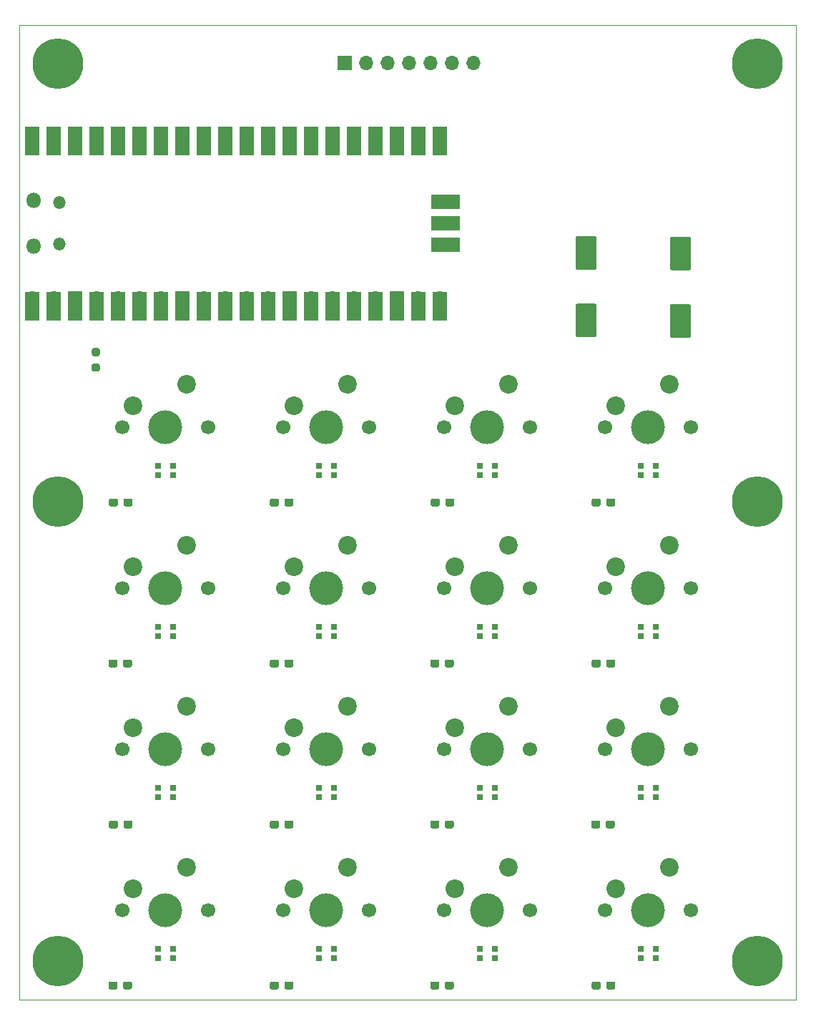
<source format=gbr>
%TF.GenerationSoftware,KiCad,Pcbnew,5.1.10-88a1d61d58~88~ubuntu20.04.1*%
%TF.CreationDate,2021-06-08T22:13:52+03:00*%
%TF.ProjectId,picoMacro,7069636f-4d61-4637-926f-2e6b69636164,rev?*%
%TF.SameCoordinates,Original*%
%TF.FileFunction,Soldermask,Top*%
%TF.FilePolarity,Negative*%
%FSLAX46Y46*%
G04 Gerber Fmt 4.6, Leading zero omitted, Abs format (unit mm)*
G04 Created by KiCad (PCBNEW 5.1.10-88a1d61d58~88~ubuntu20.04.1) date 2021-06-08 22:13:52*
%MOMM*%
%LPD*%
G01*
G04 APERTURE LIST*
%TA.AperFunction,Profile*%
%ADD10C,0.050000*%
%TD*%
%ADD11C,6.000000*%
%ADD12O,1.700000X1.700000*%
%ADD13R,3.500000X1.700000*%
%ADD14R,1.700000X1.700000*%
%ADD15O,1.500000X1.500000*%
%ADD16O,1.800000X1.800000*%
%ADD17R,1.700000X3.500000*%
%ADD18R,0.700000X0.700000*%
%ADD19C,1.700000*%
%ADD20C,4.000000*%
%ADD21C,2.200000*%
G04 APERTURE END LIST*
D10*
X633476000Y-337820000D02*
X541528000Y-337820000D01*
X633476000Y-453136000D02*
X633476000Y-337820000D01*
X541528000Y-453136000D02*
X633476000Y-453136000D01*
X541528000Y-337820000D02*
X541528000Y-453136000D01*
D11*
%TO.C,REF\u002A\u002A*%
X628904000Y-342392000D03*
%TD*%
D12*
%TO.C,U1*%
X591082000Y-358775000D03*
D13*
X591982000Y-358775000D03*
D14*
X591082000Y-361315000D03*
D13*
X591982000Y-361315000D03*
D12*
X591082000Y-363855000D03*
D13*
X591982000Y-363855000D03*
D15*
X546212000Y-358890000D03*
X546212000Y-363740000D03*
D16*
X543182000Y-358590000D03*
X543182000Y-364040000D03*
D17*
X591312000Y-351525000D03*
X588772000Y-351525000D03*
X586232000Y-351525000D03*
X583692000Y-351525000D03*
X581152000Y-351525000D03*
X578612000Y-351525000D03*
X576072000Y-351525000D03*
X573532000Y-351525000D03*
X570992000Y-351525000D03*
X568452000Y-351525000D03*
X565912000Y-351525000D03*
X563372000Y-351525000D03*
X560832000Y-351525000D03*
X558292000Y-351525000D03*
X555752000Y-351525000D03*
X553212000Y-351525000D03*
X550672000Y-351525000D03*
X548132000Y-351525000D03*
X545592000Y-351525000D03*
X543052000Y-351525000D03*
X591312000Y-371105000D03*
X588772000Y-371105000D03*
X586232000Y-371105000D03*
X583692000Y-371105000D03*
X581152000Y-371105000D03*
X578612000Y-371105000D03*
X576072000Y-371105000D03*
X573532000Y-371105000D03*
X570992000Y-371105000D03*
X568452000Y-371105000D03*
X565912000Y-371105000D03*
X563372000Y-371105000D03*
X560832000Y-371105000D03*
X558292000Y-371105000D03*
X555752000Y-371105000D03*
X553212000Y-371105000D03*
X550672000Y-371105000D03*
X548132000Y-371105000D03*
X545592000Y-371105000D03*
X543052000Y-371105000D03*
D12*
X543052000Y-352425000D03*
X545592000Y-352425000D03*
D14*
X548132000Y-352425000D03*
D12*
X550672000Y-352425000D03*
X553212000Y-352425000D03*
X555752000Y-352425000D03*
X558292000Y-352425000D03*
D14*
X560832000Y-352425000D03*
D12*
X563372000Y-352425000D03*
X565912000Y-352425000D03*
X568452000Y-352425000D03*
X570992000Y-352425000D03*
D14*
X573532000Y-352425000D03*
D12*
X576072000Y-352425000D03*
X578612000Y-352425000D03*
X581152000Y-352425000D03*
X583692000Y-352425000D03*
D14*
X586232000Y-352425000D03*
D12*
X588772000Y-352425000D03*
X591312000Y-352425000D03*
X591312000Y-370205000D03*
X588772000Y-370205000D03*
D14*
X586232000Y-370205000D03*
D12*
X583692000Y-370205000D03*
X581152000Y-370205000D03*
X578612000Y-370205000D03*
X576072000Y-370205000D03*
D14*
X573532000Y-370205000D03*
D12*
X570992000Y-370205000D03*
X568452000Y-370205000D03*
X565912000Y-370205000D03*
X563372000Y-370205000D03*
D14*
X560832000Y-370205000D03*
D12*
X558292000Y-370205000D03*
X555752000Y-370205000D03*
X553212000Y-370205000D03*
X550672000Y-370205000D03*
D14*
X548132000Y-370205000D03*
D12*
X545592000Y-370205000D03*
X543052000Y-370205000D03*
%TD*%
D11*
%TO.C,REF\u002A\u002A*%
X546100000Y-342392000D03*
%TD*%
%TO.C,REF\u002A\u002A*%
X628904000Y-394208000D03*
%TD*%
%TO.C,REF\u002A\u002A*%
X546100000Y-394208000D03*
%TD*%
%TO.C,REF\u002A\u002A*%
X546100000Y-448564000D03*
%TD*%
%TO.C,REF\u002A\u002A*%
X628904000Y-448564000D03*
%TD*%
D18*
%TO.C,LED16*%
X615035000Y-448225000D03*
X615035000Y-447125000D03*
X616865000Y-447125000D03*
X616865000Y-448225000D03*
%TD*%
%TO.C,LED15*%
X595985000Y-448225000D03*
X595985000Y-447125000D03*
X597815000Y-447125000D03*
X597815000Y-448225000D03*
%TD*%
%TO.C,LED14*%
X576935000Y-448225000D03*
X576935000Y-447125000D03*
X578765000Y-447125000D03*
X578765000Y-448225000D03*
%TD*%
%TO.C,LED13*%
X557885000Y-448225000D03*
X557885000Y-447125000D03*
X559715000Y-447125000D03*
X559715000Y-448225000D03*
%TD*%
%TO.C,LED12*%
X615035000Y-429175000D03*
X615035000Y-428075000D03*
X616865000Y-428075000D03*
X616865000Y-429175000D03*
%TD*%
%TO.C,LED11*%
X595985000Y-429175000D03*
X595985000Y-428075000D03*
X597815000Y-428075000D03*
X597815000Y-429175000D03*
%TD*%
%TO.C,LED10*%
X576935000Y-429175000D03*
X576935000Y-428075000D03*
X578765000Y-428075000D03*
X578765000Y-429175000D03*
%TD*%
%TO.C,LED9*%
X557885000Y-429175000D03*
X557885000Y-428075000D03*
X559715000Y-428075000D03*
X559715000Y-429175000D03*
%TD*%
%TO.C,LED8*%
X615035000Y-410125000D03*
X615035000Y-409025000D03*
X616865000Y-409025000D03*
X616865000Y-410125000D03*
%TD*%
%TO.C,LED7*%
X595985000Y-410125000D03*
X595985000Y-409025000D03*
X597815000Y-409025000D03*
X597815000Y-410125000D03*
%TD*%
%TO.C,LED6*%
X576935000Y-410125000D03*
X576935000Y-409025000D03*
X578765000Y-409025000D03*
X578765000Y-410125000D03*
%TD*%
%TO.C,LED5*%
X557885000Y-410125000D03*
X557885000Y-409025000D03*
X559715000Y-409025000D03*
X559715000Y-410125000D03*
%TD*%
%TO.C,LED4*%
X615035000Y-391075000D03*
X615035000Y-389975000D03*
X616865000Y-389975000D03*
X616865000Y-391075000D03*
%TD*%
%TO.C,LED3*%
X595985000Y-391075000D03*
X595985000Y-389975000D03*
X597815000Y-389975000D03*
X597815000Y-391075000D03*
%TD*%
%TO.C,LED2*%
X576935000Y-391075000D03*
X576935000Y-389975000D03*
X578765000Y-389975000D03*
X578765000Y-391075000D03*
%TD*%
%TO.C,LED1*%
X557885000Y-391075000D03*
X557885000Y-389975000D03*
X559715000Y-389975000D03*
X559715000Y-391075000D03*
%TD*%
D19*
%TO.C,SW16*%
X621030000Y-442595000D03*
X610870000Y-442595000D03*
D20*
X615950000Y-442595000D03*
D21*
X612140000Y-440055000D03*
X618490000Y-437515000D03*
%TD*%
D19*
%TO.C,SW15*%
X601980000Y-442595000D03*
X591820000Y-442595000D03*
D20*
X596900000Y-442595000D03*
D21*
X593090000Y-440055000D03*
X599440000Y-437515000D03*
%TD*%
D19*
%TO.C,SW14*%
X582930000Y-442595000D03*
X572770000Y-442595000D03*
D20*
X577850000Y-442595000D03*
D21*
X574040000Y-440055000D03*
X580390000Y-437515000D03*
%TD*%
D19*
%TO.C,SW13*%
X563880000Y-442595000D03*
X553720000Y-442595000D03*
D20*
X558800000Y-442595000D03*
D21*
X554990000Y-440055000D03*
X561340000Y-437515000D03*
%TD*%
D19*
%TO.C,SW12*%
X621030000Y-423545000D03*
X610870000Y-423545000D03*
D20*
X615950000Y-423545000D03*
D21*
X612140000Y-421005000D03*
X618490000Y-418465000D03*
%TD*%
D19*
%TO.C,SW11*%
X601980000Y-423545000D03*
X591820000Y-423545000D03*
D20*
X596900000Y-423545000D03*
D21*
X593090000Y-421005000D03*
X599440000Y-418465000D03*
%TD*%
D19*
%TO.C,SW10*%
X582930000Y-423545000D03*
X572770000Y-423545000D03*
D20*
X577850000Y-423545000D03*
D21*
X574040000Y-421005000D03*
X580390000Y-418465000D03*
%TD*%
D19*
%TO.C,SW9*%
X563880000Y-423545000D03*
X553720000Y-423545000D03*
D20*
X558800000Y-423545000D03*
D21*
X554990000Y-421005000D03*
X561340000Y-418465000D03*
%TD*%
D19*
%TO.C,SW8*%
X621030000Y-404495000D03*
X610870000Y-404495000D03*
D20*
X615950000Y-404495000D03*
D21*
X612140000Y-401955000D03*
X618490000Y-399415000D03*
%TD*%
D19*
%TO.C,SW7*%
X601980000Y-404495000D03*
X591820000Y-404495000D03*
D20*
X596900000Y-404495000D03*
D21*
X593090000Y-401955000D03*
X599440000Y-399415000D03*
%TD*%
D19*
%TO.C,SW6*%
X582930000Y-404495000D03*
X572770000Y-404495000D03*
D20*
X577850000Y-404495000D03*
D21*
X574040000Y-401955000D03*
X580390000Y-399415000D03*
%TD*%
D19*
%TO.C,SW5*%
X563880000Y-404495000D03*
X553720000Y-404495000D03*
D20*
X558800000Y-404495000D03*
D21*
X554990000Y-401955000D03*
X561340000Y-399415000D03*
%TD*%
D19*
%TO.C,SW4*%
X621030000Y-385445000D03*
X610870000Y-385445000D03*
D20*
X615950000Y-385445000D03*
D21*
X612140000Y-382905000D03*
X618490000Y-380365000D03*
%TD*%
D19*
%TO.C,SW3*%
X601980000Y-385445000D03*
X591820000Y-385445000D03*
D20*
X596900000Y-385445000D03*
D21*
X593090000Y-382905000D03*
X599440000Y-380365000D03*
%TD*%
D19*
%TO.C,SW2*%
X582930000Y-385445000D03*
X572770000Y-385445000D03*
D20*
X577850000Y-385445000D03*
D21*
X574040000Y-382905000D03*
X580390000Y-380365000D03*
%TD*%
D19*
%TO.C,SW1*%
X563880000Y-385445000D03*
X553720000Y-385445000D03*
D20*
X558800000Y-385445000D03*
D21*
X554990000Y-382905000D03*
X561340000Y-380365000D03*
%TD*%
%TO.C,R1*%
G36*
G01*
X550782500Y-377042500D02*
X550307500Y-377042500D01*
G75*
G02*
X550070000Y-376805000I0J237500D01*
G01*
X550070000Y-376305000D01*
G75*
G02*
X550307500Y-376067500I237500J0D01*
G01*
X550782500Y-376067500D01*
G75*
G02*
X551020000Y-376305000I0J-237500D01*
G01*
X551020000Y-376805000D01*
G75*
G02*
X550782500Y-377042500I-237500J0D01*
G01*
G37*
G36*
G01*
X550782500Y-378867500D02*
X550307500Y-378867500D01*
G75*
G02*
X550070000Y-378630000I0J237500D01*
G01*
X550070000Y-378130000D01*
G75*
G02*
X550307500Y-377892500I237500J0D01*
G01*
X550782500Y-377892500D01*
G75*
G02*
X551020000Y-378130000I0J-237500D01*
G01*
X551020000Y-378630000D01*
G75*
G02*
X550782500Y-378867500I-237500J0D01*
G01*
G37*
%TD*%
D12*
%TO.C,Disp1*%
X595210900Y-342379300D03*
X592670900Y-342379300D03*
X590130900Y-342379300D03*
X587590900Y-342379300D03*
X585050900Y-342379300D03*
X582510900Y-342379300D03*
D14*
X579970900Y-342379300D03*
%TD*%
%TO.C,C18*%
G36*
G01*
X607584000Y-370808000D02*
X609584000Y-370808000D01*
G75*
G02*
X609834000Y-371058000I0J-250000D01*
G01*
X609834000Y-374558000D01*
G75*
G02*
X609584000Y-374808000I-250000J0D01*
G01*
X607584000Y-374808000D01*
G75*
G02*
X607334000Y-374558000I0J250000D01*
G01*
X607334000Y-371058000D01*
G75*
G02*
X607584000Y-370808000I250000J0D01*
G01*
G37*
G36*
G01*
X607584000Y-362808000D02*
X609584000Y-362808000D01*
G75*
G02*
X609834000Y-363058000I0J-250000D01*
G01*
X609834000Y-366558000D01*
G75*
G02*
X609584000Y-366808000I-250000J0D01*
G01*
X607584000Y-366808000D01*
G75*
G02*
X607334000Y-366558000I0J250000D01*
G01*
X607334000Y-363058000D01*
G75*
G02*
X607584000Y-362808000I250000J0D01*
G01*
G37*
%TD*%
%TO.C,C17*%
G36*
G01*
X618760000Y-370872000D02*
X620760000Y-370872000D01*
G75*
G02*
X621010000Y-371122000I0J-250000D01*
G01*
X621010000Y-374622000D01*
G75*
G02*
X620760000Y-374872000I-250000J0D01*
G01*
X618760000Y-374872000D01*
G75*
G02*
X618510000Y-374622000I0J250000D01*
G01*
X618510000Y-371122000D01*
G75*
G02*
X618760000Y-370872000I250000J0D01*
G01*
G37*
G36*
G01*
X618760000Y-362872000D02*
X620760000Y-362872000D01*
G75*
G02*
X621010000Y-363122000I0J-250000D01*
G01*
X621010000Y-366622000D01*
G75*
G02*
X620760000Y-366872000I-250000J0D01*
G01*
X618760000Y-366872000D01*
G75*
G02*
X618510000Y-366622000I0J250000D01*
G01*
X618510000Y-363122000D01*
G75*
G02*
X618760000Y-362872000I250000J0D01*
G01*
G37*
%TD*%
%TO.C,C16*%
G36*
G01*
X610317500Y-451247500D02*
X610317500Y-451722500D01*
G75*
G02*
X610080000Y-451960000I-237500J0D01*
G01*
X609480000Y-451960000D01*
G75*
G02*
X609242500Y-451722500I0J237500D01*
G01*
X609242500Y-451247500D01*
G75*
G02*
X609480000Y-451010000I237500J0D01*
G01*
X610080000Y-451010000D01*
G75*
G02*
X610317500Y-451247500I0J-237500D01*
G01*
G37*
G36*
G01*
X612042500Y-451247500D02*
X612042500Y-451722500D01*
G75*
G02*
X611805000Y-451960000I-237500J0D01*
G01*
X611205000Y-451960000D01*
G75*
G02*
X610967500Y-451722500I0J237500D01*
G01*
X610967500Y-451247500D01*
G75*
G02*
X611205000Y-451010000I237500J0D01*
G01*
X611805000Y-451010000D01*
G75*
G02*
X612042500Y-451247500I0J-237500D01*
G01*
G37*
%TD*%
%TO.C,C15*%
G36*
G01*
X591214500Y-451247500D02*
X591214500Y-451722500D01*
G75*
G02*
X590977000Y-451960000I-237500J0D01*
G01*
X590377000Y-451960000D01*
G75*
G02*
X590139500Y-451722500I0J237500D01*
G01*
X590139500Y-451247500D01*
G75*
G02*
X590377000Y-451010000I237500J0D01*
G01*
X590977000Y-451010000D01*
G75*
G02*
X591214500Y-451247500I0J-237500D01*
G01*
G37*
G36*
G01*
X592939500Y-451247500D02*
X592939500Y-451722500D01*
G75*
G02*
X592702000Y-451960000I-237500J0D01*
G01*
X592102000Y-451960000D01*
G75*
G02*
X591864500Y-451722500I0J237500D01*
G01*
X591864500Y-451247500D01*
G75*
G02*
X592102000Y-451010000I237500J0D01*
G01*
X592702000Y-451010000D01*
G75*
G02*
X592939500Y-451247500I0J-237500D01*
G01*
G37*
%TD*%
%TO.C,C14*%
G36*
G01*
X572217500Y-451247500D02*
X572217500Y-451722500D01*
G75*
G02*
X571980000Y-451960000I-237500J0D01*
G01*
X571380000Y-451960000D01*
G75*
G02*
X571142500Y-451722500I0J237500D01*
G01*
X571142500Y-451247500D01*
G75*
G02*
X571380000Y-451010000I237500J0D01*
G01*
X571980000Y-451010000D01*
G75*
G02*
X572217500Y-451247500I0J-237500D01*
G01*
G37*
G36*
G01*
X573942500Y-451247500D02*
X573942500Y-451722500D01*
G75*
G02*
X573705000Y-451960000I-237500J0D01*
G01*
X573105000Y-451960000D01*
G75*
G02*
X572867500Y-451722500I0J237500D01*
G01*
X572867500Y-451247500D01*
G75*
G02*
X573105000Y-451010000I237500J0D01*
G01*
X573705000Y-451010000D01*
G75*
G02*
X573942500Y-451247500I0J-237500D01*
G01*
G37*
%TD*%
%TO.C,C13*%
G36*
G01*
X553114500Y-451247500D02*
X553114500Y-451722500D01*
G75*
G02*
X552877000Y-451960000I-237500J0D01*
G01*
X552277000Y-451960000D01*
G75*
G02*
X552039500Y-451722500I0J237500D01*
G01*
X552039500Y-451247500D01*
G75*
G02*
X552277000Y-451010000I237500J0D01*
G01*
X552877000Y-451010000D01*
G75*
G02*
X553114500Y-451247500I0J-237500D01*
G01*
G37*
G36*
G01*
X554839500Y-451247500D02*
X554839500Y-451722500D01*
G75*
G02*
X554602000Y-451960000I-237500J0D01*
G01*
X554002000Y-451960000D01*
G75*
G02*
X553764500Y-451722500I0J237500D01*
G01*
X553764500Y-451247500D01*
G75*
G02*
X554002000Y-451010000I237500J0D01*
G01*
X554602000Y-451010000D01*
G75*
G02*
X554839500Y-451247500I0J-237500D01*
G01*
G37*
%TD*%
%TO.C,C12*%
G36*
G01*
X610264500Y-432197500D02*
X610264500Y-432672500D01*
G75*
G02*
X610027000Y-432910000I-237500J0D01*
G01*
X609427000Y-432910000D01*
G75*
G02*
X609189500Y-432672500I0J237500D01*
G01*
X609189500Y-432197500D01*
G75*
G02*
X609427000Y-431960000I237500J0D01*
G01*
X610027000Y-431960000D01*
G75*
G02*
X610264500Y-432197500I0J-237500D01*
G01*
G37*
G36*
G01*
X611989500Y-432197500D02*
X611989500Y-432672500D01*
G75*
G02*
X611752000Y-432910000I-237500J0D01*
G01*
X611152000Y-432910000D01*
G75*
G02*
X610914500Y-432672500I0J237500D01*
G01*
X610914500Y-432197500D01*
G75*
G02*
X611152000Y-431960000I237500J0D01*
G01*
X611752000Y-431960000D01*
G75*
G02*
X611989500Y-432197500I0J-237500D01*
G01*
G37*
%TD*%
%TO.C,C11*%
G36*
G01*
X591214500Y-432197500D02*
X591214500Y-432672500D01*
G75*
G02*
X590977000Y-432910000I-237500J0D01*
G01*
X590377000Y-432910000D01*
G75*
G02*
X590139500Y-432672500I0J237500D01*
G01*
X590139500Y-432197500D01*
G75*
G02*
X590377000Y-431960000I237500J0D01*
G01*
X590977000Y-431960000D01*
G75*
G02*
X591214500Y-432197500I0J-237500D01*
G01*
G37*
G36*
G01*
X592939500Y-432197500D02*
X592939500Y-432672500D01*
G75*
G02*
X592702000Y-432910000I-237500J0D01*
G01*
X592102000Y-432910000D01*
G75*
G02*
X591864500Y-432672500I0J237500D01*
G01*
X591864500Y-432197500D01*
G75*
G02*
X592102000Y-431960000I237500J0D01*
G01*
X592702000Y-431960000D01*
G75*
G02*
X592939500Y-432197500I0J-237500D01*
G01*
G37*
%TD*%
%TO.C,C10*%
G36*
G01*
X572217500Y-432197500D02*
X572217500Y-432672500D01*
G75*
G02*
X571980000Y-432910000I-237500J0D01*
G01*
X571380000Y-432910000D01*
G75*
G02*
X571142500Y-432672500I0J237500D01*
G01*
X571142500Y-432197500D01*
G75*
G02*
X571380000Y-431960000I237500J0D01*
G01*
X571980000Y-431960000D01*
G75*
G02*
X572217500Y-432197500I0J-237500D01*
G01*
G37*
G36*
G01*
X573942500Y-432197500D02*
X573942500Y-432672500D01*
G75*
G02*
X573705000Y-432910000I-237500J0D01*
G01*
X573105000Y-432910000D01*
G75*
G02*
X572867500Y-432672500I0J237500D01*
G01*
X572867500Y-432197500D01*
G75*
G02*
X573105000Y-431960000I237500J0D01*
G01*
X573705000Y-431960000D01*
G75*
G02*
X573942500Y-432197500I0J-237500D01*
G01*
G37*
%TD*%
%TO.C,C9*%
G36*
G01*
X553167500Y-432197500D02*
X553167500Y-432672500D01*
G75*
G02*
X552930000Y-432910000I-237500J0D01*
G01*
X552330000Y-432910000D01*
G75*
G02*
X552092500Y-432672500I0J237500D01*
G01*
X552092500Y-432197500D01*
G75*
G02*
X552330000Y-431960000I237500J0D01*
G01*
X552930000Y-431960000D01*
G75*
G02*
X553167500Y-432197500I0J-237500D01*
G01*
G37*
G36*
G01*
X554892500Y-432197500D02*
X554892500Y-432672500D01*
G75*
G02*
X554655000Y-432910000I-237500J0D01*
G01*
X554055000Y-432910000D01*
G75*
G02*
X553817500Y-432672500I0J237500D01*
G01*
X553817500Y-432197500D01*
G75*
G02*
X554055000Y-431960000I237500J0D01*
G01*
X554655000Y-431960000D01*
G75*
G02*
X554892500Y-432197500I0J-237500D01*
G01*
G37*
%TD*%
%TO.C,C8*%
G36*
G01*
X610317500Y-413147500D02*
X610317500Y-413622500D01*
G75*
G02*
X610080000Y-413860000I-237500J0D01*
G01*
X609480000Y-413860000D01*
G75*
G02*
X609242500Y-413622500I0J237500D01*
G01*
X609242500Y-413147500D01*
G75*
G02*
X609480000Y-412910000I237500J0D01*
G01*
X610080000Y-412910000D01*
G75*
G02*
X610317500Y-413147500I0J-237500D01*
G01*
G37*
G36*
G01*
X612042500Y-413147500D02*
X612042500Y-413622500D01*
G75*
G02*
X611805000Y-413860000I-237500J0D01*
G01*
X611205000Y-413860000D01*
G75*
G02*
X610967500Y-413622500I0J237500D01*
G01*
X610967500Y-413147500D01*
G75*
G02*
X611205000Y-412910000I237500J0D01*
G01*
X611805000Y-412910000D01*
G75*
G02*
X612042500Y-413147500I0J-237500D01*
G01*
G37*
%TD*%
%TO.C,C7*%
G36*
G01*
X591214500Y-413147500D02*
X591214500Y-413622500D01*
G75*
G02*
X590977000Y-413860000I-237500J0D01*
G01*
X590377000Y-413860000D01*
G75*
G02*
X590139500Y-413622500I0J237500D01*
G01*
X590139500Y-413147500D01*
G75*
G02*
X590377000Y-412910000I237500J0D01*
G01*
X590977000Y-412910000D01*
G75*
G02*
X591214500Y-413147500I0J-237500D01*
G01*
G37*
G36*
G01*
X592939500Y-413147500D02*
X592939500Y-413622500D01*
G75*
G02*
X592702000Y-413860000I-237500J0D01*
G01*
X592102000Y-413860000D01*
G75*
G02*
X591864500Y-413622500I0J237500D01*
G01*
X591864500Y-413147500D01*
G75*
G02*
X592102000Y-412910000I237500J0D01*
G01*
X592702000Y-412910000D01*
G75*
G02*
X592939500Y-413147500I0J-237500D01*
G01*
G37*
%TD*%
%TO.C,C6*%
G36*
G01*
X572217500Y-413147500D02*
X572217500Y-413622500D01*
G75*
G02*
X571980000Y-413860000I-237500J0D01*
G01*
X571380000Y-413860000D01*
G75*
G02*
X571142500Y-413622500I0J237500D01*
G01*
X571142500Y-413147500D01*
G75*
G02*
X571380000Y-412910000I237500J0D01*
G01*
X571980000Y-412910000D01*
G75*
G02*
X572217500Y-413147500I0J-237500D01*
G01*
G37*
G36*
G01*
X573942500Y-413147500D02*
X573942500Y-413622500D01*
G75*
G02*
X573705000Y-413860000I-237500J0D01*
G01*
X573105000Y-413860000D01*
G75*
G02*
X572867500Y-413622500I0J237500D01*
G01*
X572867500Y-413147500D01*
G75*
G02*
X573105000Y-412910000I237500J0D01*
G01*
X573705000Y-412910000D01*
G75*
G02*
X573942500Y-413147500I0J-237500D01*
G01*
G37*
%TD*%
%TO.C,C5*%
G36*
G01*
X553114500Y-413147500D02*
X553114500Y-413622500D01*
G75*
G02*
X552877000Y-413860000I-237500J0D01*
G01*
X552277000Y-413860000D01*
G75*
G02*
X552039500Y-413622500I0J237500D01*
G01*
X552039500Y-413147500D01*
G75*
G02*
X552277000Y-412910000I237500J0D01*
G01*
X552877000Y-412910000D01*
G75*
G02*
X553114500Y-413147500I0J-237500D01*
G01*
G37*
G36*
G01*
X554839500Y-413147500D02*
X554839500Y-413622500D01*
G75*
G02*
X554602000Y-413860000I-237500J0D01*
G01*
X554002000Y-413860000D01*
G75*
G02*
X553764500Y-413622500I0J237500D01*
G01*
X553764500Y-413147500D01*
G75*
G02*
X554002000Y-412910000I237500J0D01*
G01*
X554602000Y-412910000D01*
G75*
G02*
X554839500Y-413147500I0J-237500D01*
G01*
G37*
%TD*%
%TO.C,C4*%
G36*
G01*
X610317500Y-394097500D02*
X610317500Y-394572500D01*
G75*
G02*
X610080000Y-394810000I-237500J0D01*
G01*
X609480000Y-394810000D01*
G75*
G02*
X609242500Y-394572500I0J237500D01*
G01*
X609242500Y-394097500D01*
G75*
G02*
X609480000Y-393860000I237500J0D01*
G01*
X610080000Y-393860000D01*
G75*
G02*
X610317500Y-394097500I0J-237500D01*
G01*
G37*
G36*
G01*
X612042500Y-394097500D02*
X612042500Y-394572500D01*
G75*
G02*
X611805000Y-394810000I-237500J0D01*
G01*
X611205000Y-394810000D01*
G75*
G02*
X610967500Y-394572500I0J237500D01*
G01*
X610967500Y-394097500D01*
G75*
G02*
X611205000Y-393860000I237500J0D01*
G01*
X611805000Y-393860000D01*
G75*
G02*
X612042500Y-394097500I0J-237500D01*
G01*
G37*
%TD*%
%TO.C,C3*%
G36*
G01*
X591267500Y-394097500D02*
X591267500Y-394572500D01*
G75*
G02*
X591030000Y-394810000I-237500J0D01*
G01*
X590430000Y-394810000D01*
G75*
G02*
X590192500Y-394572500I0J237500D01*
G01*
X590192500Y-394097500D01*
G75*
G02*
X590430000Y-393860000I237500J0D01*
G01*
X591030000Y-393860000D01*
G75*
G02*
X591267500Y-394097500I0J-237500D01*
G01*
G37*
G36*
G01*
X592992500Y-394097500D02*
X592992500Y-394572500D01*
G75*
G02*
X592755000Y-394810000I-237500J0D01*
G01*
X592155000Y-394810000D01*
G75*
G02*
X591917500Y-394572500I0J237500D01*
G01*
X591917500Y-394097500D01*
G75*
G02*
X592155000Y-393860000I237500J0D01*
G01*
X592755000Y-393860000D01*
G75*
G02*
X592992500Y-394097500I0J-237500D01*
G01*
G37*
%TD*%
%TO.C,C2*%
G36*
G01*
X572217500Y-394097500D02*
X572217500Y-394572500D01*
G75*
G02*
X571980000Y-394810000I-237500J0D01*
G01*
X571380000Y-394810000D01*
G75*
G02*
X571142500Y-394572500I0J237500D01*
G01*
X571142500Y-394097500D01*
G75*
G02*
X571380000Y-393860000I237500J0D01*
G01*
X571980000Y-393860000D01*
G75*
G02*
X572217500Y-394097500I0J-237500D01*
G01*
G37*
G36*
G01*
X573942500Y-394097500D02*
X573942500Y-394572500D01*
G75*
G02*
X573705000Y-394810000I-237500J0D01*
G01*
X573105000Y-394810000D01*
G75*
G02*
X572867500Y-394572500I0J237500D01*
G01*
X572867500Y-394097500D01*
G75*
G02*
X573105000Y-393860000I237500J0D01*
G01*
X573705000Y-393860000D01*
G75*
G02*
X573942500Y-394097500I0J-237500D01*
G01*
G37*
%TD*%
%TO.C,C1*%
G36*
G01*
X553167500Y-394097500D02*
X553167500Y-394572500D01*
G75*
G02*
X552930000Y-394810000I-237500J0D01*
G01*
X552330000Y-394810000D01*
G75*
G02*
X552092500Y-394572500I0J237500D01*
G01*
X552092500Y-394097500D01*
G75*
G02*
X552330000Y-393860000I237500J0D01*
G01*
X552930000Y-393860000D01*
G75*
G02*
X553167500Y-394097500I0J-237500D01*
G01*
G37*
G36*
G01*
X554892500Y-394097500D02*
X554892500Y-394572500D01*
G75*
G02*
X554655000Y-394810000I-237500J0D01*
G01*
X554055000Y-394810000D01*
G75*
G02*
X553817500Y-394572500I0J237500D01*
G01*
X553817500Y-394097500D01*
G75*
G02*
X554055000Y-393860000I237500J0D01*
G01*
X554655000Y-393860000D01*
G75*
G02*
X554892500Y-394097500I0J-237500D01*
G01*
G37*
%TD*%
M02*

</source>
